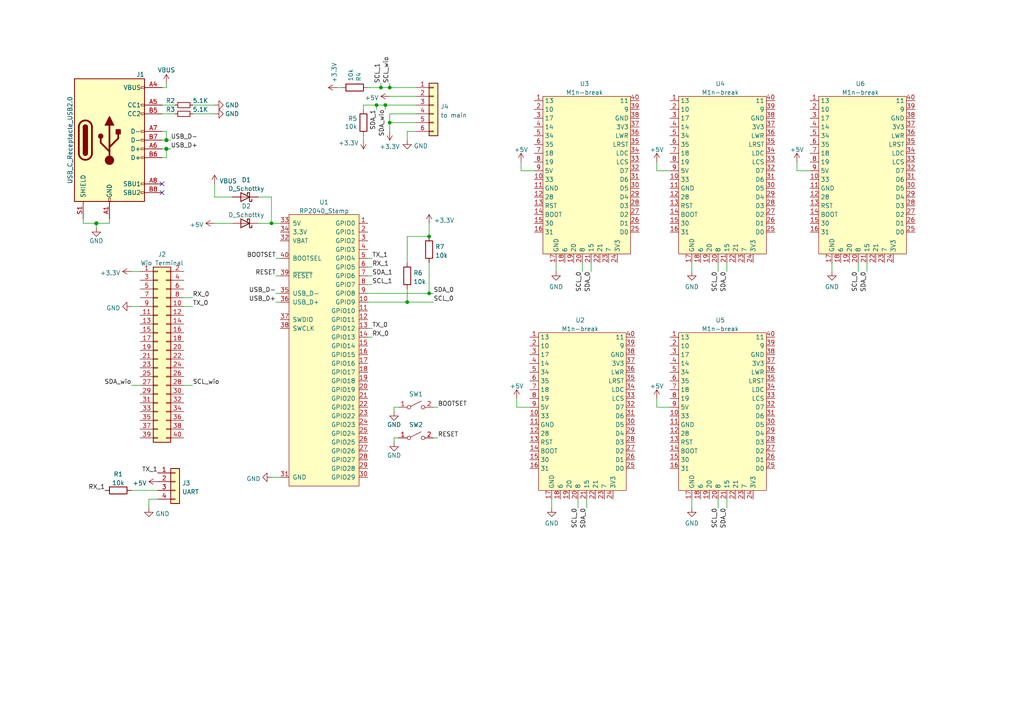
<source format=kicad_sch>
(kicad_sch (version 20211123) (generator eeschema)
  (paper "A4")
  (lib_symbols
    (symbol "Connector:USB_C_Receptacle_USB2.0" (pin_names (offset 1.016))
      (property "Reference" "J" (at -10.16 19.05 0))
      (property "Value" "USB_C_Receptacle_USB2.0" (at 19.05 19.05 0))
      (symbol "USB_C_Receptacle_USB2.0_0_0"
        (rectangle (start -0.254 -17.78) (end 0.254 -16.764))
        (rectangle (start 10.16 -14.986) (end 9.144 -15.494))
        (rectangle (start 10.16 -12.446) (end 9.144 -12.954))
        (rectangle (start 10.16 -4.826) (end 9.144 -5.334))
        (rectangle (start 10.16 -2.286) (end 9.144 -2.794))
        (rectangle (start 10.16 0.254) (end 9.144 -0.254))
        (rectangle (start 10.16 2.794) (end 9.144 2.286))
        (rectangle (start 10.16 7.874) (end 9.144 7.366))
        (rectangle (start 10.16 10.414) (end 9.144 9.906))
        (rectangle (start 10.16 15.494) (end 9.144 14.986))
      )
      (symbol "USB_C_Receptacle_USB2.0_0_1"
        (rectangle (start -10.16 17.78) (end 10.16 -17.78) (stroke (width 0.254)) (fill (type background)))
        (arc (start -8.89 -3.81) (mid -6.985 -5.715) (end -5.08 -3.81) (stroke (width 0.508)))
        (arc (start -7.62 -3.81) (mid -6.985 -4.445) (end -6.35 -3.81) (stroke (width 0.254)))
        (arc (start -7.62 -3.81) (mid -6.985 -4.445) (end -6.35 -3.81) (stroke (width 0.254)) (fill (type outline)))
        (rectangle (start -7.62 -3.81) (end -6.35 3.81) (stroke (width 0.254)) (fill (type outline)))
        (arc (start -6.35 3.81) (mid -6.985 4.445) (end -7.62 3.81) (stroke (width 0.254)))
        (arc (start -6.35 3.81) (mid -6.985 4.445) (end -7.62 3.81) (stroke (width 0.254)) (fill (type outline)))
        (arc (start -5.08 3.81) (mid -6.985 5.715) (end -8.89 3.81) (stroke (width 0.508)))
        (circle (center -2.54 1.143) (radius 0.635) (stroke (width 0.254)) (fill (type outline)))
        (circle (center 0 -5.842) (radius 1.27) (fill (type outline)))
        (polyline (pts (xy -8.89 -3.81) (xy -8.89 3.81)) (stroke (width 0.508)))
        (polyline (pts (xy -5.08 3.81) (xy -5.08 -3.81)) (stroke (width 0.508)))
        (polyline (pts (xy 0 -5.842) (xy 0 4.318)) (stroke (width 0.508)))
        (polyline (pts (xy 0 -3.302) (xy -2.54 -0.762) (xy -2.54 0.508)) (stroke (width 0.508)))
        (polyline (pts (xy 0 -2.032) (xy 2.54 0.508) (xy 2.54 1.778)) (stroke (width 0.508)))
        (polyline (pts (xy -1.27 4.318) (xy 0 6.858) (xy 1.27 4.318) (xy -1.27 4.318)) (stroke (width 0.254)) (fill (type outline)))
        (rectangle (start 1.905 1.778) (end 3.175 3.048) (stroke (width 0.254)) (fill (type outline)))
      )
      (symbol "USB_C_Receptacle_USB2.0_1_1"
        (pin passive line (at 0 -22.86 90) (length 5.08) (name "GND") (number "A1"))
        (pin passive line (at 0 -22.86 90) (length 5.08) hide (name "GND") (number "A12"))
        (pin passive line (at 15.24 15.24 180) (length 5.08) (name "VBUS") (number "A4"))
        (pin bidirectional line (at 15.24 10.16 180) (length 5.08) (name "CC1") (number "A5"))
        (pin bidirectional line (at 15.24 -2.54 180) (length 5.08) (name "D+") (number "A6"))
        (pin bidirectional line (at 15.24 2.54 180) (length 5.08) (name "D-") (number "A7"))
        (pin bidirectional line (at 15.24 -12.7 180) (length 5.08) (name "SBU1") (number "A8"))
        (pin passive line (at 15.24 15.24 180) (length 5.08) hide (name "VBUS") (number "A9"))
        (pin passive line (at 0 -22.86 90) (length 5.08) hide (name "GND") (number "B1"))
        (pin passive line (at 0 -22.86 90) (length 5.08) hide (name "GND") (number "B12"))
        (pin passive line (at 15.24 15.24 180) (length 5.08) hide (name "VBUS") (number "B4"))
        (pin bidirectional line (at 15.24 7.62 180) (length 5.08) (name "CC2") (number "B5"))
        (pin bidirectional line (at 15.24 -5.08 180) (length 5.08) (name "D+") (number "B6"))
        (pin bidirectional line (at 15.24 0 180) (length 5.08) (name "D-") (number "B7"))
        (pin bidirectional line (at 15.24 -15.24 180) (length 5.08) (name "SBU2") (number "B8"))
        (pin passive line (at 15.24 15.24 180) (length 5.08) hide (name "VBUS") (number "B9"))
        (pin passive line (at -7.62 -22.86 90) (length 5.08) (name "SHIELD") (number "S1"))
      )
    )
    (symbol "Connector_Generic:Conn_01x04" (pin_names (offset 1.016) hide)
      (property "Reference" "J" (at 0 5.08 0))
      (property "Value" "Conn_01x04" (at 0 -7.62 0))
      (symbol "Conn_01x04_1_1"
        (rectangle (start -1.27 -4.953) (end 0 -5.207) (stroke (width 0.1524)))
        (rectangle (start -1.27 -2.413) (end 0 -2.667) (stroke (width 0.1524)))
        (rectangle (start -1.27 0.127) (end 0 -0.127) (stroke (width 0.1524)))
        (rectangle (start -1.27 2.667) (end 0 2.413) (stroke (width 0.1524)))
        (rectangle (start -1.27 3.81) (end 1.27 -6.35) (stroke (width 0.254)) (fill (type background)))
        (pin passive line (at -5.08 2.54 0) (length 3.81) (name "Pin_1") (number "1"))
        (pin passive line (at -5.08 0 0) (length 3.81) (name "Pin_2") (number "2"))
        (pin passive line (at -5.08 -2.54 0) (length 3.81) (name "Pin_3") (number "3"))
        (pin passive line (at -5.08 -5.08 0) (length 3.81) (name "Pin_4") (number "4"))
      )
    )
    (symbol "Connector_Generic:Conn_01x06" (pin_names (offset 1.016) hide)
      (property "Reference" "J" (at 0 7.62 0))
      (property "Value" "Conn_01x06" (at 0 -10.16 0))
      (symbol "Conn_01x06_1_1"
        (rectangle (start -1.27 -7.493) (end 0 -7.747) (stroke (width 0.1524)))
        (rectangle (start -1.27 -4.953) (end 0 -5.207) (stroke (width 0.1524)))
        (rectangle (start -1.27 -2.413) (end 0 -2.667) (stroke (width 0.1524)))
        (rectangle (start -1.27 0.127) (end 0 -0.127) (stroke (width 0.1524)))
        (rectangle (start -1.27 2.667) (end 0 2.413) (stroke (width 0.1524)))
        (rectangle (start -1.27 5.207) (end 0 4.953) (stroke (width 0.1524)))
        (rectangle (start -1.27 6.35) (end 1.27 -8.89) (stroke (width 0.254)) (fill (type background)))
        (pin passive line (at -5.08 5.08 0) (length 3.81) (name "Pin_1") (number "1"))
        (pin passive line (at -5.08 2.54 0) (length 3.81) (name "Pin_2") (number "2"))
        (pin passive line (at -5.08 0 0) (length 3.81) (name "Pin_3") (number "3"))
        (pin passive line (at -5.08 -2.54 0) (length 3.81) (name "Pin_4") (number "4"))
        (pin passive line (at -5.08 -5.08 0) (length 3.81) (name "Pin_5") (number "5"))
        (pin passive line (at -5.08 -7.62 0) (length 3.81) (name "Pin_6") (number "6"))
      )
    )
    (symbol "Connector_Generic:Conn_02x20_Odd_Even" (pin_names (offset 1.016) hide)
      (property "Reference" "J" (at 1.27 25.4 0))
      (property "Value" "Conn_02x20_Odd_Even" (at 1.27 -27.94 0))
      (symbol "Conn_02x20_Odd_Even_1_1"
        (rectangle (start -1.27 -25.273) (end 0 -25.527) (stroke (width 0.1524)))
        (rectangle (start -1.27 -22.733) (end 0 -22.987) (stroke (width 0.1524)))
        (rectangle (start -1.27 -20.193) (end 0 -20.447) (stroke (width 0.1524)))
        (rectangle (start -1.27 -17.653) (end 0 -17.907) (stroke (width 0.1524)))
        (rectangle (start -1.27 -15.113) (end 0 -15.367) (stroke (width 0.1524)))
        (rectangle (start -1.27 -12.573) (end 0 -12.827) (stroke (width 0.1524)))
        (rectangle (start -1.27 -10.033) (end 0 -10.287) (stroke (width 0.1524)))
        (rectangle (start -1.27 -7.493) (end 0 -7.747) (stroke (width 0.1524)))
        (rectangle (start -1.27 -4.953) (end 0 -5.207) (stroke (width 0.1524)))
        (rectangle (start -1.27 -2.413) (end 0 -2.667) (stroke (width 0.1524)))
        (rectangle (start -1.27 0.127) (end 0 -0.127) (stroke (width 0.1524)))
        (rectangle (start -1.27 2.667) (end 0 2.413) (stroke (width 0.1524)))
        (rectangle (start -1.27 5.207) (end 0 4.953) (stroke (width 0.1524)))
        (rectangle (start -1.27 7.747) (end 0 7.493) (stroke (width 0.1524)))
        (rectangle (start -1.27 10.287) (end 0 10.033) (stroke (width 0.1524)))
        (rectangle (start -1.27 12.827) (end 0 12.573) (stroke (width 0.1524)))
        (rectangle (start -1.27 15.367) (end 0 15.113) (stroke (width 0.1524)))
        (rectangle (start -1.27 17.907) (end 0 17.653) (stroke (width 0.1524)))
        (rectangle (start -1.27 20.447) (end 0 20.193) (stroke (width 0.1524)))
        (rectangle (start -1.27 22.987) (end 0 22.733) (stroke (width 0.1524)))
        (rectangle (start -1.27 24.13) (end 3.81 -26.67) (stroke (width 0.254)) (fill (type background)))
        (rectangle (start 3.81 -25.273) (end 2.54 -25.527) (stroke (width 0.1524)))
        (rectangle (start 3.81 -22.733) (end 2.54 -22.987) (stroke (width 0.1524)))
        (rectangle (start 3.81 -20.193) (end 2.54 -20.447) (stroke (width 0.1524)))
        (rectangle (start 3.81 -17.653) (end 2.54 -17.907) (stroke (width 0.1524)))
        (rectangle (start 3.81 -15.113) (end 2.54 -15.367) (stroke (width 0.1524)))
        (rectangle (start 3.81 -12.573) (end 2.54 -12.827) (stroke (width 0.1524)))
        (rectangle (start 3.81 -10.033) (end 2.54 -10.287) (stroke (width 0.1524)))
        (rectangle (start 3.81 -7.493) (end 2.54 -7.747) (stroke (width 0.1524)))
        (rectangle (start 3.81 -4.953) (end 2.54 -5.207) (stroke (width 0.1524)))
        (rectangle (start 3.81 -2.413) (end 2.54 -2.667) (stroke (width 0.1524)))
        (rectangle (start 3.81 0.127) (end 2.54 -0.127) (stroke (width 0.1524)))
        (rectangle (start 3.81 2.667) (end 2.54 2.413) (stroke (width 0.1524)))
        (rectangle (start 3.81 5.207) (end 2.54 4.953) (stroke (width 0.1524)))
        (rectangle (start 3.81 7.747) (end 2.54 7.493) (stroke (width 0.1524)))
        (rectangle (start 3.81 10.287) (end 2.54 10.033) (stroke (width 0.1524)))
        (rectangle (start 3.81 12.827) (end 2.54 12.573) (stroke (width 0.1524)))
        (rectangle (start 3.81 15.367) (end 2.54 15.113) (stroke (width 0.1524)))
        (rectangle (start 3.81 17.907) (end 2.54 17.653) (stroke (width 0.1524)))
        (rectangle (start 3.81 20.447) (end 2.54 20.193) (stroke (width 0.1524)))
        (rectangle (start 3.81 22.987) (end 2.54 22.733) (stroke (width 0.1524)))
        (pin passive line (at -5.08 22.86 0) (length 3.81) (name "Pin_1") (number "1"))
        (pin passive line (at 7.62 12.7 180) (length 3.81) (name "Pin_10") (number "10"))
        (pin passive line (at -5.08 10.16 0) (length 3.81) (name "Pin_11") (number "11"))
        (pin passive line (at 7.62 10.16 180) (length 3.81) (name "Pin_12") (number "12"))
        (pin passive line (at -5.08 7.62 0) (length 3.81) (name "Pin_13") (number "13"))
        (pin passive line (at 7.62 7.62 180) (length 3.81) (name "Pin_14") (number "14"))
        (pin passive line (at -5.08 5.08 0) (length 3.81) (name "Pin_15") (number "15"))
        (pin passive line (at 7.62 5.08 180) (length 3.81) (name "Pin_16") (number "16"))
        (pin passive line (at -5.08 2.54 0) (length 3.81) (name "Pin_17") (number "17"))
        (pin passive line (at 7.62 2.54 180) (length 3.81) (name "Pin_18") (number "18"))
        (pin passive line (at -5.08 0 0) (length 3.81) (name "Pin_19") (number "19"))
        (pin passive line (at 7.62 22.86 180) (length 3.81) (name "Pin_2") (number "2"))
        (pin passive line (at 7.62 0 180) (length 3.81) (name "Pin_20") (number "20"))
        (pin passive line (at -5.08 -2.54 0) (length 3.81) (name "Pin_21") (number "21"))
        (pin passive line (at 7.62 -2.54 180) (length 3.81) (name "Pin_22") (number "22"))
        (pin passive line (at -5.08 -5.08 0) (length 3.81) (name "Pin_23") (number "23"))
        (pin passive line (at 7.62 -5.08 180) (length 3.81) (name "Pin_24") (number "24"))
        (pin passive line (at -5.08 -7.62 0) (length 3.81) (name "Pin_25") (number "25"))
        (pin passive line (at 7.62 -7.62 180) (length 3.81) (name "Pin_26") (number "26"))
        (pin passive line (at -5.08 -10.16 0) (length 3.81) (name "Pin_27") (number "27"))
        (pin passive line (at 7.62 -10.16 180) (length 3.81) (name "Pin_28") (number "28"))
        (pin passive line (at -5.08 -12.7 0) (length 3.81) (name "Pin_29") (number "29"))
        (pin passive line (at -5.08 20.32 0) (length 3.81) (name "Pin_3") (number "3"))
        (pin passive line (at 7.62 -12.7 180) (length 3.81) (name "Pin_30") (number "30"))
        (pin passive line (at -5.08 -15.24 0) (length 3.81) (name "Pin_31") (number "31"))
        (pin passive line (at 7.62 -15.24 180) (length 3.81) (name "Pin_32") (number "32"))
        (pin passive line (at -5.08 -17.78 0) (length 3.81) (name "Pin_33") (number "33"))
        (pin passive line (at 7.62 -17.78 180) (length 3.81) (name "Pin_34") (number "34"))
        (pin passive line (at -5.08 -20.32 0) (length 3.81) (name "Pin_35") (number "35"))
        (pin passive line (at 7.62 -20.32 180) (length 3.81) (name "Pin_36") (number "36"))
        (pin passive line (at -5.08 -22.86 0) (length 3.81) (name "Pin_37") (number "37"))
        (pin passive line (at 7.62 -22.86 180) (length 3.81) (name "Pin_38") (number "38"))
        (pin passive line (at -5.08 -25.4 0) (length 3.81) (name "Pin_39") (number "39"))
        (pin passive line (at 7.62 20.32 180) (length 3.81) (name "Pin_4") (number "4"))
        (pin passive line (at 7.62 -25.4 180) (length 3.81) (name "Pin_40") (number "40"))
        (pin passive line (at -5.08 17.78 0) (length 3.81) (name "Pin_5") (number "5"))
        (pin passive line (at 7.62 17.78 180) (length 3.81) (name "Pin_6") (number "6"))
        (pin passive line (at -5.08 15.24 0) (length 3.81) (name "Pin_7") (number "7"))
        (pin passive line (at 7.62 15.24 180) (length 3.81) (name "Pin_8") (number "8"))
        (pin passive line (at -5.08 12.7 0) (length 3.81) (name "Pin_9") (number "9"))
      )
    )
    (symbol "Device:D_Schottky" (pin_numbers hide) (pin_names (offset 1.016) hide)
      (property "Reference" "D" (at 0 2.54 0))
      (property "Value" "D_Schottky" (at 0 -2.54 0))
      (symbol "D_Schottky_0_1"
        (polyline (pts (xy 1.27 0) (xy -1.27 0)))
        (polyline (pts (xy 1.27 1.27) (xy 1.27 -1.27) (xy -1.27 0) (xy 1.27 1.27)) (stroke (width 0.254)))
        (polyline (pts (xy -1.905 0.635) (xy -1.905 1.27) (xy -1.27 1.27) (xy -1.27 -1.27) (xy -0.635 -1.27) (xy -0.635 -0.635)) (stroke (width 0.254)))
      )
      (symbol "D_Schottky_1_1"
        (pin passive line (at -3.81 0 0) (length 2.54) (name "K") (number "1"))
        (pin passive line (at 3.81 0 180) (length 2.54) (name "A") (number "2"))
      )
    )
    (symbol "Device:R" (pin_numbers hide) (pin_names (offset 0))
      (property "Reference" "R" (at 2.032 0 90))
      (property "Value" "R" (at 0 0 90))
      (symbol "R_0_1"
        (rectangle (start -1.016 -2.54) (end 1.016 2.54) (stroke (width 0.254)))
      )
      (symbol "R_1_1"
        (pin passive line (at 0 3.81 270) (length 1.27) (name "~") (number "1"))
        (pin passive line (at 0 -3.81 90) (length 1.27) (name "~") (number "2"))
      )
    )
    (symbol "Device:R_Small" (pin_numbers hide) (pin_names (offset 0.254) hide)
      (property "Reference" "R" (at 0.762 0.508 0))
      (property "Value" "R_Small" (at 0.762 -1.016 0))
      (symbol "R_Small_0_1"
        (rectangle (start -0.762 1.778) (end 0.762 -1.778) (stroke (width 0.2032)))
      )
      (symbol "R_Small_1_1"
        (pin passive line (at 0 2.54 270) (length 0.762) (name "~") (number "1"))
        (pin passive line (at 0 -2.54 90) (length 0.762) (name "~") (number "2"))
      )
    )
    (symbol "M1n:M1n-break"
      (property "Reference" "U" (at 0 -1.27 0))
      (property "Value" "M1n-break" (at 0 -3.81 0))
      (symbol "M1n-break_0_0"
        (text "" (at -13.97 -26.67 0) (effects (font (size 1.27 1.27))))
      )
      (symbol "M1n-break_0_1"
        (rectangle (start -12.7 0) (end 12.7 -45.72) (stroke (width 0.1524)) (fill (type background)))
      )
      (symbol "M1n-break_1_1"
        (pin bidirectional line (at -15.24 -1.27 0) (length 2.54) (name "13") (number "1"))
        (pin bidirectional line (at -15.24 -24.13 0) (length 2.54) (name "33") (number "10"))
        (pin power_in line (at -15.24 -26.67 0) (length 2.54) (name "GND") (number "11"))
        (pin bidirectional line (at -15.24 -29.21 0) (length 2.54) (name "28") (number "12"))
        (pin input line (at -15.24 -31.75 0) (length 2.54) (name "RST") (number "13"))
        (pin input line (at -15.24 -34.29 0) (length 2.54) (name "BOOT") (number "14"))
        (pin bidirectional line (at -15.24 -36.83 0) (length 2.54) (name "30") (number "15"))
        (pin bidirectional line (at -15.24 -39.37 0) (length 2.54) (name "31") (number "16"))
        (pin power_in line (at -8.89 -48.26 90) (length 2.54) (name "GND") (number "17"))
        (pin bidirectional line (at -6.35 -48.26 90) (length 2.54) (name "6") (number "18"))
        (pin bidirectional line (at -3.81 -48.26 90) (length 2.54) (name "20") (number "19"))
        (pin bidirectional line (at -15.24 -3.81 0) (length 2.54) (name "10") (number "2"))
        (pin bidirectional line (at -1.27 -48.26 90) (length 2.54) (name "8") (number "20"))
        (pin bidirectional line (at 1.27 -48.26 90) (length 2.54) (name "15") (number "21"))
        (pin bidirectional line (at 3.81 -48.26 90) (length 2.54) (name "21") (number "22"))
        (pin bidirectional line (at 6.35 -48.26 90) (length 2.54) (name "7") (number "23"))
        (pin power_out line (at 8.89 -48.26 90) (length 2.54) (name "3V3") (number "24"))
        (pin bidirectional line (at 15.24 -39.37 180) (length 2.54) (name "D0") (number "25"))
        (pin bidirectional line (at 15.24 -36.83 180) (length 2.54) (name "D1") (number "26"))
        (pin bidirectional line (at 15.24 -34.29 180) (length 2.54) (name "D2") (number "27"))
        (pin bidirectional line (at 15.24 -31.75 180) (length 2.54) (name "D3") (number "28"))
        (pin bidirectional line (at 15.24 -29.21 180) (length 2.54) (name "D4") (number "29"))
        (pin bidirectional line (at -15.24 -6.35 0) (length 2.54) (name "17") (number "3"))
        (pin bidirectional line (at 15.24 -26.67 180) (length 2.54) (name "D5") (number "30"))
        (pin bidirectional line (at 15.24 -24.13 180) (length 2.54) (name "D6") (number "31"))
        (pin bidirectional line (at 15.24 -21.59 180) (length 2.54) (name "D7") (number "32"))
        (pin bidirectional line (at 15.24 -19.05 180) (length 2.54) (name "LCS") (number "33"))
        (pin bidirectional line (at 15.24 -16.51 180) (length 2.54) (name "LDC") (number "34"))
        (pin bidirectional line (at 15.24 -13.97 180) (length 2.54) (name "LRST") (number "35"))
        (pin bidirectional line (at 15.24 -11.43 180) (length 2.54) (name "LWR") (number "36"))
        (pin power_out line (at 15.24 -8.89 180) (length 2.54) (name "3V3") (number "37"))
        (pin power_in line (at 15.24 -6.35 180) (length 2.54) (name "GND") (number "38"))
        (pin bidirectional line (at 15.24 -3.81 180) (length 2.54) (name "9") (number "39"))
        (pin bidirectional line (at -15.24 -8.89 0) (length 2.54) (name "14") (number "4"))
        (pin bidirectional line (at 15.24 -1.27 180) (length 2.54) (name "11") (number "40"))
        (pin bidirectional line (at -15.24 -11.43 0) (length 2.54) (name "34") (number "5"))
        (pin bidirectional line (at -15.24 -13.97 0) (length 2.54) (name "35") (number "6"))
        (pin bidirectional line (at -15.24 -16.51 0) (length 2.54) (name "18") (number "7"))
        (pin bidirectional line (at -15.24 -19.05 0) (length 2.54) (name "19") (number "8"))
        (pin power_in line (at -15.24 -21.59 0) (length 2.54) (name "5V") (number "9"))
      )
    )
    (symbol "Switch:SW_SPST" (pin_names (offset 0) hide)
      (property "Reference" "SW" (at 0 3.175 0))
      (property "Value" "SW_SPST" (at 0 -2.54 0))
      (symbol "SW_SPST_0_0"
        (circle (center -2.032 0) (radius 0.508))
        (polyline (pts (xy -1.524 0.254) (xy 1.524 1.778)))
        (circle (center 2.032 0) (radius 0.508))
      )
      (symbol "SW_SPST_1_1"
        (pin passive line (at -5.08 0 0) (length 2.54) (name "A") (number "1"))
        (pin passive line (at 5.08 0 180) (length 2.54) (name "B") (number "2"))
      )
    )
    (symbol "power:+3.3V" (power) (pin_names (offset 0))
      (property "Value" "+3.3V" (at 0 3.556 0))
      (symbol "+3.3V_0_1"
        (polyline (pts (xy -0.762 1.27) (xy 0 2.54)))
        (polyline (pts (xy 0 0) (xy 0 2.54)))
        (polyline (pts (xy 0 2.54) (xy 0.762 1.27)))
      )
      (symbol "+3.3V_1_1"
        (pin power_in line (at 0 0 90) (length 0) hide (name "+3.3V") (number "1"))
      )
    )
    (symbol "power:+5V" (power) (pin_names (offset 0))
      (property "Value" "+5V" (at 0 3.556 0))
      (symbol "+5V_0_1"
        (polyline (pts (xy -0.762 1.27) (xy 0 2.54)))
        (polyline (pts (xy 0 0) (xy 0 2.54)))
        (polyline (pts (xy 0 2.54) (xy 0.762 1.27)))
      )
      (symbol "+5V_1_1"
        (pin power_in line (at 0 0 90) (length 0) hide (name "+5V") (number "1"))
      )
    )
    (symbol "power:GND" (power) (pin_names (offset 0))
      (property "Value" "GND" (at 0 -3.81 0))
      (symbol "GND_0_1"
        (polyline (pts (xy 0 0) (xy 0 -1.27) (xy 1.27 -1.27) (xy 0 -2.54) (xy -1.27 -1.27) (xy 0 -1.27)))
      )
      (symbol "GND_1_1"
        (pin power_in line (at 0 0 270) (length 0) hide (name "GND") (number "1"))
      )
    )
    (symbol "power:VBUS" (power) (pin_names (offset 0))
      (property "Value" "VBUS" (at 0 3.81 0))
      (symbol "VBUS_0_1"
        (polyline (pts (xy -0.762 1.27) (xy 0 2.54)))
        (polyline (pts (xy 0 0) (xy 0 2.54)))
        (polyline (pts (xy 0 2.54) (xy 0.762 1.27)))
      )
      (symbol "VBUS_1_1"
        (pin power_in line (at 0 0 90) (length 0) hide (name "VBUS") (number "1"))
      )
    )
    (symbol "rp2040_stamp:RP2040_Stamp" (pin_names (offset 1.016))
      (property "Reference" "U" (at 0 43.18 0))
      (property "Value" "RP2040_Stamp" (at 0 -38.1 0))
      (symbol "RP2040_Stamp_0_0"
        (pin bidirectional line (at 12.7 39.37 180) (length 2.54) (name "GPIO0") (number "1"))
        (pin bidirectional line (at 12.7 16.51 180) (length 2.54) (name "GPIO9") (number "10"))
        (pin bidirectional line (at 12.7 13.97 180) (length 2.54) (name "GPIO10") (number "11"))
        (pin bidirectional line (at 12.7 11.43 180) (length 2.54) (name "GPIO11") (number "12"))
        (pin bidirectional line (at 12.7 8.89 180) (length 2.54) (name "GPIO12") (number "13"))
        (pin bidirectional line (at 12.7 6.35 180) (length 2.54) (name "GPIO13") (number "14"))
        (pin bidirectional line (at 12.7 3.81 180) (length 2.54) (name "GPIO14") (number "15"))
        (pin bidirectional line (at 12.7 1.27 180) (length 2.54) (name "GPIO15") (number "16"))
        (pin bidirectional line (at 12.7 -1.27 180) (length 2.54) (name "GPIO16") (number "17"))
        (pin bidirectional line (at 12.7 -3.81 180) (length 2.54) (name "GPIO17") (number "18"))
        (pin bidirectional line (at 12.7 -6.35 180) (length 2.54) (name "GPIO18") (number "19"))
        (pin bidirectional line (at 12.7 36.83 180) (length 2.54) (name "GPIO1") (number "2"))
        (pin bidirectional line (at 12.7 -8.89 180) (length 2.54) (name "GPIO19") (number "20"))
        (pin bidirectional line (at 12.7 -11.43 180) (length 2.54) (name "GPIO20") (number "21"))
        (pin bidirectional line (at 12.7 -13.97 180) (length 2.54) (name "GPIO21") (number "22"))
        (pin bidirectional line (at 12.7 -16.51 180) (length 2.54) (name "GPIO22") (number "23"))
        (pin bidirectional line (at 12.7 -19.05 180) (length 2.54) (name "GPIO23") (number "24"))
        (pin bidirectional line (at 12.7 -21.59 180) (length 2.54) (name "GPIO24") (number "25"))
        (pin bidirectional line (at 12.7 -24.13 180) (length 2.54) (name "GPIO25") (number "26"))
        (pin bidirectional line (at 12.7 -26.67 180) (length 2.54) (name "GPIO26") (number "27"))
        (pin bidirectional line (at 12.7 -29.21 180) (length 2.54) (name "GPIO27") (number "28"))
        (pin bidirectional line (at 12.7 -31.75 180) (length 2.54) (name "GPIO28") (number "29"))
        (pin bidirectional line (at 12.7 34.29 180) (length 2.54) (name "GPIO2") (number "3"))
        (pin bidirectional line (at 12.7 -34.29 180) (length 2.54) (name "GPIO29") (number "30"))
        (pin power_in line (at -12.7 -34.29 0) (length 2.54) (name "GND") (number "31"))
        (pin power_in line (at -12.7 34.29 0) (length 2.54) (name "VBAT") (number "32"))
        (pin power_in line (at -12.7 39.37 0) (length 2.54) (name "5V") (number "33"))
        (pin power_out line (at -12.7 36.83 0) (length 2.54) (name "3.3V") (number "34"))
        (pin bidirectional line (at -12.7 19.05 0) (length 2.54) (name "USB_D-") (number "35"))
        (pin bidirectional line (at -12.7 16.51 0) (length 2.54) (name "USB_D+") (number "36"))
        (pin bidirectional line (at -12.7 11.43 0) (length 2.54) (name "SWDIO") (number "37"))
        (pin input line (at -12.7 8.89 0) (length 2.54) (name "SWCLK") (number "38"))
        (pin bidirectional line (at -12.7 24.13 0) (length 2.54) (name "~{RESET}") (number "39"))
        (pin bidirectional line (at 12.7 31.75 180) (length 2.54) (name "GPIO3") (number "4"))
        (pin input line (at -12.7 29.21 0) (length 2.54) (name "BOOTSEL") (number "40"))
        (pin bidirectional line (at 12.7 29.21 180) (length 2.54) (name "GPIO4") (number "5"))
        (pin bidirectional line (at 12.7 26.67 180) (length 2.54) (name "GPIO5") (number "6"))
        (pin bidirectional line (at 12.7 24.13 180) (length 2.54) (name "GPIO6") (number "7"))
        (pin bidirectional line (at 12.7 21.59 180) (length 2.54) (name "GPIO7") (number "8"))
        (pin bidirectional line (at 12.7 19.05 180) (length 2.54) (name "GPIO8") (number "9"))
      )
      (symbol "RP2040_Stamp_0_1"
        (rectangle (start -10.16 41.91) (end 10.16 -36.83) (fill (type background)))
      )
    )
  )
  (junction (at 109.22 30.48))
  (junction (at 124.46 68.58))
  (junction (at 48.26 40.64) (diameter 1.016))
  (junction (at 118.11 87.63))
  (junction (at 113.03 35.56))
  (junction (at 113.03 25.4))
  (junction (at 78.74 64.77))
  (junction (at 27.94 64.77) (diameter 1.016))
  (junction (at 124.46 85.09))
  (junction (at 48.26 43.18) (diameter 1.016))
  (junction (at 110.49 25.4))
  (junction (at 111.76 30.48))
  (no_connect (at 46.99 55.88))
  (no_connect (at 46.99 53.34))
  (wire (pts (xy 210.82 78.74) (xy 210.82 76.2)))
  (wire (pts (xy 107.95 77.47) (xy 106.68 77.47)))
  (wire (pts (xy 149.86 118.11) (xy 149.86 115.57)))
  (wire (pts (xy 43.18 144.78) (xy 43.18 147.32)))
  (wire (pts (xy 53.34 88.9) (xy 55.88 88.9)))
  (wire (pts (xy 114.3 127) (xy 114.3 128.27)))
  (wire (pts (xy 31.75 64.77) (xy 31.75 63.5)))
  (wire (pts (xy 46.99 33.02) (xy 50.8 33.02)))
  (wire (pts (xy 118.11 87.63) (xy 106.68 87.63)))
  (wire (pts (xy 24.13 63.5) (xy 24.13 64.77)))
  (wire (pts (xy 118.11 76.2) (xy 118.11 68.58)))
  (wire (pts (xy 62.23 53.34) (xy 62.23 57.15)))
  (wire (pts (xy 107.95 97.79) (xy 106.68 97.79)))
  (wire (pts (xy 234.95 49.53) (xy 231.14 49.53)))
  (wire (pts (xy 55.88 111.76) (xy 53.34 111.76)))
  (wire (pts (xy 125.73 118.11) (xy 127 118.11)))
  (wire (pts (xy 115.57 127) (xy 114.3 127)))
  (wire (pts (xy 48.26 43.18) (xy 49.53 43.18)))
  (wire (pts (xy 151.13 49.53) (xy 151.13 46.99)))
  (wire (pts (xy 194.31 49.53) (xy 190.5 49.53)))
  (wire (pts (xy 38.1 88.9) (xy 40.64 88.9)))
  (wire (pts (xy 46.99 43.18) (xy 48.26 43.18)))
  (wire (pts (xy 105.41 40.64) (xy 105.41 39.37)))
  (wire (pts (xy 97.79 25.4) (xy 99.06 25.4)))
  (wire (pts (xy 125.73 85.09) (xy 124.46 85.09)))
  (wire (pts (xy 78.74 64.77) (xy 81.28 64.77)))
  (wire (pts (xy 105.41 31.75) (xy 105.41 30.48)))
  (wire (pts (xy 62.23 57.15) (xy 67.31 57.15)))
  (wire (pts (xy 110.49 24.13) (xy 110.49 25.4)))
  (wire (pts (xy 27.94 64.77) (xy 27.94 66.04)))
  (wire (pts (xy 153.67 118.11) (xy 149.86 118.11)))
  (wire (pts (xy 124.46 85.09) (xy 106.68 85.09)))
  (wire (pts (xy 210.82 147.32) (xy 210.82 144.78)))
  (wire (pts (xy 251.46 78.74) (xy 251.46 76.2)))
  (wire (pts (xy 113.03 25.4) (xy 120.65 25.4)))
  (wire (pts (xy 78.74 138.43) (xy 81.28 138.43)))
  (wire (pts (xy 106.68 25.4) (xy 110.49 25.4)))
  (wire (pts (xy 109.22 30.48) (xy 109.22 31.75)))
  (wire (pts (xy 113.03 24.13) (xy 113.03 25.4)))
  (wire (pts (xy 53.34 86.36) (xy 55.88 86.36)))
  (wire (pts (xy 48.26 45.72) (xy 48.26 43.18)))
  (wire (pts (xy 113.03 27.94) (xy 120.65 27.94)))
  (wire (pts (xy 160.02 147.32) (xy 160.02 144.78)))
  (wire (pts (xy 105.41 30.48) (xy 109.22 30.48)))
  (wire (pts (xy 38.1 78.74) (xy 40.64 78.74)))
  (wire (pts (xy 248.92 78.74) (xy 248.92 76.2)))
  (wire (pts (xy 200.66 78.74) (xy 200.66 76.2)))
  (wire (pts (xy 124.46 76.2) (xy 124.46 85.09)))
  (wire (pts (xy 55.88 30.48) (xy 62.23 30.48)))
  (wire (pts (xy 190.5 118.11) (xy 190.5 115.57)))
  (wire (pts (xy 38.1 111.76) (xy 40.64 111.76)))
  (wire (pts (xy 171.45 78.74) (xy 171.45 76.2)))
  (wire (pts (xy 113.03 35.56) (xy 113.03 38.1)))
  (wire (pts (xy 124.46 64.77) (xy 124.46 68.58)))
  (wire (pts (xy 170.18 147.32) (xy 170.18 144.78)))
  (wire (pts (xy 24.13 64.77) (xy 27.94 64.77)))
  (wire (pts (xy 111.76 30.48) (xy 120.65 30.48)))
  (wire (pts (xy 167.64 147.32) (xy 167.64 144.78)))
  (wire (pts (xy 55.88 33.02) (xy 62.23 33.02)))
  (wire (pts (xy 200.66 147.32) (xy 200.66 144.78)))
  (wire (pts (xy 120.65 33.02) (xy 113.03 33.02)))
  (wire (pts (xy 62.23 64.77) (xy 67.31 64.77)))
  (wire (pts (xy 78.74 57.15) (xy 78.74 64.77)))
  (wire (pts (xy 111.76 30.48) (xy 111.76 31.75)))
  (wire (pts (xy 74.93 57.15) (xy 78.74 57.15)))
  (wire (pts (xy 38.1 142.24) (xy 45.72 142.24)))
  (wire (pts (xy 115.57 118.11) (xy 114.3 118.11)))
  (wire (pts (xy 118.11 83.82) (xy 118.11 87.63)))
  (wire (pts (xy 46.99 30.48) (xy 50.8 30.48)))
  (wire (pts (xy 80.01 85.09) (xy 81.28 85.09)))
  (wire (pts (xy 125.73 127) (xy 127 127)))
  (wire (pts (xy 107.95 95.25) (xy 106.68 95.25)))
  (wire (pts (xy 113.03 33.02) (xy 113.03 35.56)))
  (wire (pts (xy 120.65 38.1) (xy 118.11 38.1)))
  (wire (pts (xy 190.5 49.53) (xy 190.5 46.99)))
  (wire (pts (xy 27.94 64.77) (xy 31.75 64.77)))
  (wire (pts (xy 231.14 49.53) (xy 231.14 46.99)))
  (wire (pts (xy 48.26 40.64) (xy 49.53 40.64)))
  (wire (pts (xy 125.73 87.63) (xy 118.11 87.63)))
  (wire (pts (xy 48.26 38.1) (xy 48.26 40.64)))
  (wire (pts (xy 45.72 144.78) (xy 43.18 144.78)))
  (wire (pts (xy 241.3 78.74) (xy 241.3 76.2)))
  (wire (pts (xy 80.01 74.93) (xy 81.28 74.93)))
  (wire (pts (xy 48.26 24.13) (xy 48.26 25.4)))
  (wire (pts (xy 194.31 118.11) (xy 190.5 118.11)))
  (wire (pts (xy 46.99 38.1) (xy 48.26 38.1)))
  (wire (pts (xy 46.99 25.4) (xy 48.26 25.4)))
  (wire (pts (xy 107.95 74.93) (xy 106.68 74.93)))
  (wire (pts (xy 109.22 30.48) (xy 111.76 30.48)))
  (wire (pts (xy 161.29 78.74) (xy 161.29 76.2)))
  (wire (pts (xy 118.11 68.58) (xy 124.46 68.58)))
  (wire (pts (xy 118.11 38.1) (xy 118.11 40.64)))
  (wire (pts (xy 74.93 64.77) (xy 78.74 64.77)))
  (wire (pts (xy 110.49 25.4) (xy 113.03 25.4)))
  (wire (pts (xy 46.99 40.64) (xy 48.26 40.64)))
  (wire (pts (xy 114.3 118.11) (xy 114.3 119.38)))
  (wire (pts (xy 208.28 78.74) (xy 208.28 76.2)))
  (wire (pts (xy 80.01 87.63) (xy 81.28 87.63)))
  (wire (pts (xy 107.95 82.55) (xy 106.68 82.55)))
  (wire (pts (xy 113.03 35.56) (xy 120.65 35.56)))
  (wire (pts (xy 107.95 80.01) (xy 106.68 80.01)))
  (wire (pts (xy 154.94 49.53) (xy 151.13 49.53)))
  (wire (pts (xy 208.28 147.32) (xy 208.28 144.78)))
  (wire (pts (xy 168.91 78.74) (xy 168.91 76.2)))
  (wire (pts (xy 80.01 80.01) (xy 81.28 80.01)))
  (wire (pts (xy 46.99 45.72) (xy 48.26 45.72)))
  (label "SCL_0" (at 208.28 78.74 270))
  (label "SCL_wio" (at 113.03 24.13 90))
  (label "RESET" (at 80.01 80.01 180))
  (label "USB_D-" (at 80.01 85.09 180))
  (label "SDA_0" (at 125.73 85.09 0))
  (label "SDA_wio" (at 111.76 31.75 270))
  (label "SCL_0" (at 168.91 78.74 270))
  (label "RX_1" (at 107.95 77.47 0))
  (label "USB_D+" (at 49.53 43.18 0))
  (label "USB_D+" (at 80.01 87.63 180))
  (label "SDA_0" (at 251.46 78.74 270))
  (label "SCL_0" (at 248.92 78.74 270))
  (label "SCL_1" (at 107.95 82.55 0))
  (label "SDA_wio" (at 38.1 111.76 180))
  (label "USB_D-" (at 49.53 40.64 0))
  (label "TX_0" (at 107.95 95.25 0))
  (label "RX_0" (at 55.88 86.36 0))
  (label "SDA_0" (at 210.82 78.74 270))
  (label "RX_0" (at 107.95 97.79 0))
  (label "SCL_0" (at 167.64 147.32 270))
  (label "RX_1" (at 30.48 142.24 180))
  (label "SCL_wio" (at 55.88 111.76 0))
  (label "RESET" (at 127 127 0))
  (label "SCL_0" (at 208.28 147.32 270))
  (label "SDA_0" (at 171.45 78.74 270))
  (label "TX_1" (at 107.95 74.93 0))
  (label "TX_1" (at 45.72 137.16 180))
  (label "BOOTSET" (at 80.01 74.93 180))
  (label "SDA_1" (at 107.95 80.01 0))
  (label "SDA_1" (at 109.22 31.75 270))
  (label "TX_0" (at 55.88 88.9 0))
  (label "BOOTSET" (at 127 118.11 0))
  (label "SCL_0" (at 125.73 87.63 0))
  (label "SDA_0" (at 170.18 147.32 270))
  (label "SDA_0" (at 210.82 147.32 270))
  (label "SCL_1" (at 110.49 24.13 90))
  (symbol (lib_id "power:+3.3V") (at 105.41 40.64 180) (unit 1)
    (property "Reference" "#PWR013" (effects hide))
    (property "Value" "+3.3V" (at 104.013 41.4762 0) (effects (justify left)))
  )
  (symbol (lib_id "rp2040_stamp:RP2040_Stamp") (at 93.98 104.14 0) (unit 1)
    (property "Reference" "U1" (at 93.98 58.6572 0))
    (property "Value" "RP2040_Stamp" (at 93.98 61.1941 0))
    (property "Footprint" "rp2040_stamp:RP2040_Stamp_SMD" (effects hide))
  )
  (symbol (lib_id "Connector_Generic:Conn_01x04") (at 50.8 139.7 0) (unit 1)
    (property "Reference" "J3" (at 52.832 140.1353 0) (effects (justify left)))
    (property "Value" "UART" (at 52.832 142.6722 0) (effects (justify left)))
    (property "Footprint" "0.main.robot:JSTB4B-ZR" (effects hide))
  )
  (symbol (lib_id "power:+5V") (at 231.14 46.99 0) (unit 1)
    (property "Reference" "#PWR028" (effects hide))
    (property "Value" "+5V" (at 231.14 43.4142 0))
  )
  (symbol (lib_id "power:GND") (at 114.3 128.27 0) (unit 1)
    (property "Reference" "#PWR017" (effects hide))
    (property "Value" "GND" (at 114.3 132.08 0))
  )
  (symbol (lib_id "Connector_Generic:Conn_01x06") (at 125.73 30.48 0) (unit 1)
    (property "Reference" "J4" (at 127.762 30.9153 0) (effects (justify left)))
    (property "Value" "to main" (at 127.762 33.4522 0) (effects (justify left)))
    (property "Footprint" "0.main.robot:JSTB6B-ZR" (effects hide))
  )
  (symbol (lib_id "power:GND") (at 27.94 66.04 0) (unit 1)
    (property "Reference" "#PWR01" (effects hide))
    (property "Value" "GND" (at 27.94 69.85 0))
  )
  (symbol (lib_id "power:+5V") (at 149.86 115.57 0) (unit 1)
    (property "Reference" "#PWR020" (effects hide))
    (property "Value" "+5V" (at 149.86 111.9942 0))
  )
  (symbol (lib_id "M1n:M1n-break") (at 170.18 27.94 0) (unit 1)
    (property "Reference" "U3" (at 169.5434 24.291 0))
    (property "Value" "M1n-break" (at 169.5434 26.8279 0))
    (property "Footprint" "M1n:M1n-break" (effects hide))
  )
  (symbol (lib_id "power:GND") (at 200.66 78.74 0) (unit 1)
    (property "Reference" "#PWR026" (effects hide))
    (property "Value" "GND" (at 200.66 83.1834 0))
  )
  (symbol (lib_id "Device:D_Schottky") (at 71.12 57.15 180) (unit 1)
    (property "Reference" "D1" (at 71.4375 52.1802 0))
    (property "Value" "D_Schottky" (at 71.4375 54.7171 0))
    (property "Footprint" "Diode_SMD:D_0805_2012Metric_Pad1.15x1.40mm_HandSolder" (effects hide))
  )
  (symbol (lib_id "power:GND") (at 114.3 119.38 0) (unit 1)
    (property "Reference" "#PWR016" (effects hide))
    (property "Value" "GND" (at 114.3 123.19 0))
  )
  (symbol (lib_id "Switch:SW_SPST") (at 120.65 127 0) (unit 1)
    (property "Reference" "SW2" (at 120.65 123.19 0))
    (property "Value" "BTN_UP" (effects hide))
    (property "Footprint" "Button_Switch_SMD:Panasonic_EVQPUJ_EVQPUA" (effects hide))
    (property "LCSC" "C318936" (effects hide))
  )
  (symbol (lib_id "M1n:M1n-break") (at 250.19 27.94 0) (unit 1)
    (property "Reference" "U6" (at 249.5534 24.291 0))
    (property "Value" "M1n-break" (at 249.5534 26.8279 0))
    (property "Footprint" "M1n:M1n-break" (effects hide))
  )
  (symbol (lib_id "power:+3.3V") (at 38.1 78.74 90) (unit 1)
    (property "Reference" "#PWR02" (effects hide))
    (property "Value" "+3.3V" (at 34.925 79.1738 90) (effects (justify left)))
  )
  (symbol (lib_id "Connector_Generic:Conn_02x20_Odd_Even") (at 45.72 101.6 0) (unit 1)
    (property "Reference" "J2" (at 46.99 73.7702 0))
    (property "Value" "Wio Terminal" (at 46.99 76.3071 0))
    (property "Footprint" "Connector_PinHeader_2.54mm:PinHeader_2x20_P2.54mm_Vertical_SMD" (effects hide))
  )
  (symbol (lib_id "Device:R") (at 124.46 72.39 180) (unit 1)
    (property "Reference" "R7" (at 126.238 71.5553 0) (effects (justify right)))
    (property "Value" "10k" (at 126.238 74.0922 0) (effects (justify right)))
    (property "Footprint" "Resistor_SMD:R_0603_1608Metric_Pad0.98x0.95mm_HandSolder" (effects hide))
  )
  (symbol (lib_id "M1n:M1n-break") (at 209.55 27.94 0) (unit 1)
    (property "Reference" "U4" (at 208.9134 24.291 0))
    (property "Value" "M1n-break" (at 208.9134 26.8279 0))
    (property "Footprint" "M1n:M1n-break" (effects hide))
  )
  (symbol (lib_id "power:+5V") (at 151.13 46.99 0) (unit 1)
    (property "Reference" "#PWR021" (effects hide))
    (property "Value" "+5V" (at 151.13 43.4142 0))
  )
  (symbol (lib_id "Device:R_Small") (at 53.34 30.48 90) (unit 1)
    (property "Reference" "R2" (at 50.8 29.21 90) (effects (justify left)))
    (property "Value" "5.1K" (at 55.88 29.21 90) (effects (justify right)))
    (property "Footprint" "Resistor_SMD:R_0603_1608Metric" (effects hide))
  )
  (symbol (lib_id "power:GND") (at 62.23 33.02 90) (unit 1)
    (property "Reference" "#PWR08" (effects hide))
    (property "Value" "GND" (at 67.31 33.02 90))
  )
  (symbol (lib_id "Connector:USB_C_Receptacle_USB2.0") (at 31.75 40.64 0) (unit 1)
    (property "Reference" "J1" (at 41.91 21.59 0) (effects (justify right)))
    (property "Value" "USB_C_Receptacle_USB2.0" (at 20.32 40.64 90))
    (property "Footprint" "Connector_USB:USB_C_Receptacle_XKB_U262-16XN-4BVC11" (effects hide))
    (property "Datasheet" "https://www.usb.org/sites/default/files/documents/usb_type-c.zip" (effects hide))
    (property "LCSC" "C319148" (effects hide))
  )
  (symbol (lib_id "power:+5V") (at 190.5 46.99 0) (unit 1)
    (property "Reference" "#PWR024" (effects hide))
    (property "Value" "+5V" (at 190.5 43.4142 0))
  )
  (symbol (lib_id "Device:R_Small") (at 53.34 33.02 90) (unit 1)
    (property "Reference" "R3" (at 50.8 31.75 90) (effects (justify left)))
    (property "Value" "5.1K" (at 55.88 31.75 90) (effects (justify right)))
    (property "Footprint" "Resistor_SMD:R_0603_1608Metric" (effects hide))
  )
  (symbol (lib_id "Device:R") (at 102.87 25.4 270) (mirror x) (unit 1)
    (property "Reference" "R4" (at 104.0384 23.622 0) (effects (justify left)))
    (property "Value" "10k" (at 101.727 23.622 0) (effects (justify left)))
    (property "Footprint" "Resistor_SMD:R_0603_1608Metric_Pad0.98x0.95mm_HandSolder" (effects hide))
  )
  (symbol (lib_id "power:VBUS") (at 48.26 24.13 0) (unit 1)
    (property "Reference" "#PWR06" (effects hide))
    (property "Value" "VBUS" (at 48.26 20.32 0))
  )
  (symbol (lib_id "power:+5V") (at 113.03 27.94 90) (unit 1)
    (property "Reference" "#PWR014" (effects hide))
    (property "Value" "+5V" (at 109.8551 28.3738 90) (effects (justify left)))
  )
  (symbol (lib_id "power:+3.3V") (at 124.46 64.77 0) (unit 1)
    (property "Reference" "#PWR019" (effects hide))
    (property "Value" "+3.3V" (at 125.857 63.9338 0) (effects (justify left)))
  )
  (symbol (lib_id "M1n:M1n-break") (at 168.91 96.52 0) (unit 1)
    (property "Reference" "U2" (at 168.2734 92.871 0))
    (property "Value" "M1n-break" (at 168.2734 95.4079 0))
    (property "Footprint" "M1n:M1n-break" (effects hide))
  )
  (symbol (lib_id "Device:R") (at 118.11 80.01 180) (unit 1)
    (property "Reference" "R6" (at 119.888 79.1753 0) (effects (justify right)))
    (property "Value" "10k" (at 119.888 81.7122 0) (effects (justify right)))
    (property "Footprint" "Resistor_SMD:R_0603_1608Metric_Pad0.98x0.95mm_HandSolder" (effects hide))
  )
  (symbol (lib_id "power:GND") (at 241.3 78.74 0) (unit 1)
    (property "Reference" "#PWR029" (effects hide))
    (property "Value" "GND" (at 241.3 83.1834 0))
  )
  (symbol (lib_id "power:GND") (at 78.74 138.43 270) (unit 1)
    (property "Reference" "#PWR011" (effects hide))
    (property "Value" "GND" (at 75.5651 138.8638 90) (effects (justify right)))
  )
  (symbol (lib_id "power:GND") (at 62.23 30.48 90) (unit 1)
    (property "Reference" "#PWR07" (effects hide))
    (property "Value" "GND" (at 67.31 30.48 90))
  )
  (symbol (lib_id "power:GND") (at 43.18 147.32 0) (unit 1)
    (property "Reference" "#PWR04" (effects hide))
    (property "Value" "GND" (at 45.085 149.0238 0) (effects (justify left)))
  )
  (symbol (lib_id "Device:R") (at 105.41 35.56 0) (mirror y) (unit 1)
    (property "Reference" "R5" (at 103.632 34.3916 0) (effects (justify left)))
    (property "Value" "10k" (at 103.632 36.703 0) (effects (justify left)))
    (property "Footprint" "Resistor_SMD:R_0603_1608Metric_Pad0.98x0.95mm_HandSolder" (effects hide))
  )
  (symbol (lib_id "Switch:SW_SPST") (at 120.65 118.11 0) (unit 1)
    (property "Reference" "SW1" (at 120.65 114.3 0))
    (property "Value" "BTN_UP" (effects hide))
    (property "Footprint" "Button_Switch_SMD:Panasonic_EVQPUJ_EVQPUA" (effects hide))
    (property "LCSC" "C318936" (effects hide))
  )
  (symbol (lib_id "power:GND") (at 118.11 40.64 0) (unit 1)
    (property "Reference" "#PWR018" (effects hide))
    (property "Value" "GND" (at 120.015 42.3438 0) (effects (justify left)))
  )
  (symbol (lib_id "power:+5V") (at 62.23 64.77 90) (unit 1)
    (property "Reference" "#PWR010" (effects hide))
    (property "Value" "+5V" (at 59.0551 65.2038 90) (effects (justify left)))
  )
  (symbol (lib_id "power:+3.3V") (at 97.79 25.4 90) (unit 1)
    (property "Reference" "#PWR012" (effects hide))
    (property "Value" "+3.3V" (at 96.9538 24.003 0) (effects (justify left)))
  )
  (symbol (lib_id "Device:D_Schottky") (at 71.12 64.77 180) (unit 1)
    (property "Reference" "D2" (at 71.4375 59.8002 0))
    (property "Value" "D_Schottky" (at 71.4375 62.3371 0))
    (property "Footprint" "Diode_SMD:D_0805_2012Metric_Pad1.15x1.40mm_HandSolder" (effects hide))
  )
  (symbol (lib_id "power:+5V") (at 45.72 139.7 90) (unit 1)
    (property "Reference" "#PWR05" (effects hide))
    (property "Value" "+5V" (at 42.5451 140.1338 90) (effects (justify left)))
  )
  (symbol (lib_id "power:GND") (at 161.29 78.74 0) (unit 1)
    (property "Reference" "#PWR023" (effects hide))
    (property "Value" "GND" (at 161.29 83.1834 0))
  )
  (symbol (lib_id "power:+3.3V") (at 113.03 38.1 180) (unit 1)
    (property "Reference" "#PWR015" (effects hide))
    (property "Value" "+3.3V" (at 113.03 42.5434 0))
  )
  (symbol (lib_id "Device:R") (at 34.29 142.24 270) (unit 1)
    (property "Reference" "R1" (at 34.29 137.5242 90))
    (property "Value" "10k" (at 34.29 140.0611 90))
    (property "Footprint" "Resistor_SMD:R_0603_1608Metric_Pad0.98x0.95mm_HandSolder" (effects hide))
  )
  (symbol (lib_id "power:GND") (at 160.02 147.32 0) (unit 1)
    (property "Reference" "#PWR022" (effects hide))
    (property "Value" "GND" (at 160.02 151.7634 0))
  )
  (symbol (lib_id "power:VBUS") (at 62.23 53.34 0) (unit 1)
    (property "Reference" "#PWR09" (effects hide))
    (property "Value" "VBUS" (at 63.627 52.5038 0) (effects (justify left)))
  )
  (symbol (lib_id "M1n:M1n-break") (at 209.55 96.52 0) (unit 1)
    (property "Reference" "U5" (at 208.9134 92.871 0))
    (property "Value" "M1n-break" (at 208.9134 95.4079 0))
    (property "Footprint" "M1n:M1n-break" (effects hide))
  )
  (symbol (lib_id "power:GND") (at 200.66 147.32 0) (unit 1)
    (property "Reference" "#PWR027" (effects hide))
    (property "Value" "GND" (at 200.66 151.7634 0))
  )
  (symbol (lib_id "power:+5V") (at 190.5 115.57 0) (unit 1)
    (property "Reference" "#PWR025" (effects hide))
    (property "Value" "+5V" (at 190.5 111.9942 0))
  )
  (symbol (lib_id "power:GND") (at 38.1 88.9 270) (unit 1)
    (property "Reference" "#PWR03" (effects hide))
    (property "Value" "GND" (at 34.9251 89.3338 90) (effects (justify right)))
  )
)
</source>
